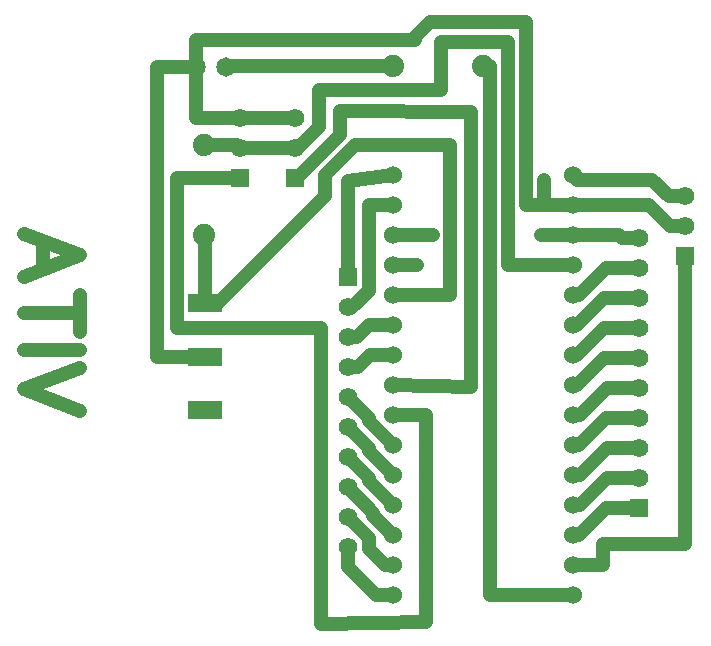
<source format=gbl>
G04 Layer: BottomLayer*
G04 EasyEDA v6.5.1, 2022-03-27 12:15:46*
G04 81ae687aecaa4b249005c4e09973505a,10*
G04 Gerber Generator version 0.2*
G04 Scale: 100 percent, Rotated: No, Reflected: No *
G04 Dimensions in millimeters *
G04 leading zeros omitted , absolute positions ,4 integer and 5 decimal *
%FSLAX45Y45*%
%MOMM*%

%ADD12C,1.0000*%
%ADD13C,1.5240*%
%ADD14C,1.5748*%
%ADD15R,1.5748X1.5748*%
%ADD16C,1.6510*%
%ADD17C,1.8796*%
%ADD18R,3.0000X1.6000*%
%ADD19C,1.2000*%

%LPD*%
D19*
X1139545Y2019300D02*
G01*
X662271Y2201118D01*
X1139545Y2382936D02*
G01*
X662271Y2201118D01*
X1139545Y2532936D02*
G01*
X662271Y2532936D01*
X1139545Y2842026D02*
G01*
X662271Y2842026D01*
X1139545Y2682935D02*
G01*
X1139545Y3001119D01*
X1139545Y3332937D02*
G01*
X662271Y3151118D01*
X1139545Y3332937D02*
G01*
X662271Y3514755D01*
X821364Y3219300D02*
G01*
X821364Y3446571D01*
X2959100Y4241800D02*
G01*
X2984500Y4241800D01*
X3162300Y4419600D01*
X3162300Y4737100D01*
X4191000Y4737100D01*
X2184400Y3505200D02*
G01*
X2197100Y3492500D01*
X2197100Y2926486D01*
X2197100Y2926587D02*
G01*
X2304288Y2926587D01*
X3213100Y3835400D01*
X3213100Y4013200D01*
X3467100Y4267200D01*
X4267200Y4267200D01*
X4267200Y2997200D01*
X3784600Y2997200D01*
X3784600Y457200D02*
G01*
X3644900Y457200D01*
X3403600Y698500D01*
X3403600Y863600D01*
X3784600Y711200D02*
G01*
X3721100Y711200D01*
X3581400Y850900D01*
X3581400Y939800D01*
X3403600Y1117600D01*
X3784600Y965200D02*
G01*
X3619500Y1130300D01*
X3619500Y1155700D01*
X3403600Y1371600D01*
X3784600Y1219200D02*
G01*
X3581400Y1422400D01*
X3581400Y1447800D01*
X3403600Y1625600D01*
X3784600Y1473200D02*
G01*
X3581400Y1676400D01*
X3581400Y1701800D01*
X3403600Y1879600D01*
X3784600Y1727200D02*
G01*
X3581400Y1930400D01*
X3581400Y1955800D01*
X3403600Y2133600D01*
X3403600Y2387600D02*
G01*
X3492500Y2387600D01*
X3594100Y2489200D01*
X3784600Y2489200D01*
X3403600Y2641600D02*
G01*
X3479800Y2641600D01*
X3581400Y2743200D01*
X3784600Y2743200D01*
X3403600Y2895600D02*
G01*
X3441700Y2895600D01*
X3581400Y3035300D01*
X3581400Y3759200D01*
X3784600Y3759200D01*
X3784600Y3251200D02*
G01*
X3987800Y3251200D01*
X3784600Y3505200D02*
G01*
X4127500Y3505200D01*
X2184400Y4267200D02*
G01*
X2463800Y4267200D01*
X2489200Y4241800D01*
X2489200Y4241800D02*
G01*
X2959100Y4241800D01*
X2959100Y4495800D02*
G01*
X2489200Y4495800D01*
X2489200Y4495800D02*
G01*
X2120900Y4495800D01*
X2120900Y4927600D01*
X3784600Y4940300D02*
G01*
X2387600Y4940300D01*
X2374900Y4927600D01*
X5041900Y3505200D02*
G01*
X5308600Y3505200D01*
X4914900Y3759200D02*
G01*
X5308600Y3759200D01*
X5067300Y3975100D02*
G01*
X5067300Y3759200D01*
X6261100Y3835400D02*
G01*
X6121400Y3835400D01*
X5981700Y3975100D01*
X5346700Y3975100D01*
X5308600Y4013200D01*
X6261100Y3581400D02*
G01*
X6134100Y3581400D01*
X5956300Y3759200D01*
X5308600Y3759200D01*
X5867400Y3479800D02*
G01*
X5727700Y3479800D01*
X5702300Y3505200D01*
X5308600Y3505200D01*
X5308600Y2997200D02*
G01*
X5359400Y2997200D01*
X5588000Y3225800D01*
X5867400Y3225800D01*
X5308600Y2743200D02*
G01*
X5346700Y2743200D01*
X5575300Y2971800D01*
X5867400Y2971800D01*
X5308600Y2489200D02*
G01*
X5346700Y2489200D01*
X5575300Y2717800D01*
X5867400Y2717800D01*
X5308600Y2235200D02*
G01*
X5346700Y2235200D01*
X5575300Y2463800D01*
X5867400Y2463800D01*
X5308600Y1981200D02*
G01*
X5372100Y1981200D01*
X5600700Y2209800D01*
X5867400Y2209800D01*
X5308600Y1727200D02*
G01*
X5359400Y1727200D01*
X5588000Y1955800D01*
X5867400Y1955800D01*
X5308600Y1473200D02*
G01*
X5372100Y1473200D01*
X5600700Y1701800D01*
X5867400Y1701800D01*
X5308600Y1219200D02*
G01*
X5372100Y1219200D01*
X5600700Y1447800D01*
X5867400Y1447800D01*
X5308600Y965200D02*
G01*
X5359400Y965200D01*
X5588000Y1193800D01*
X5867400Y1193800D01*
X5308600Y711200D02*
G01*
X5562600Y711200D01*
X5562600Y889000D01*
X6261100Y889000D01*
X6261100Y3327400D01*
X3403600Y3149600D02*
G01*
X3403600Y3962400D01*
X3784600Y4013200D01*
X1955800Y3987800D02*
G01*
X1955800Y2717800D01*
X3175000Y2717800D01*
X3175000Y215900D01*
X4064000Y228600D01*
X4064000Y1981200D01*
X3784600Y1981200D01*
X1955800Y3987800D02*
G01*
X2489200Y3987800D01*
X2197100Y2476500D02*
G01*
X1790700Y2476500D01*
X1790700Y4927600D01*
X2120900Y4927600D01*
X2120900Y4927600D02*
G01*
X2120900Y5156200D01*
X3975100Y5156200D01*
X3975100Y5181600D01*
X4102100Y5308600D01*
X4914900Y5308600D01*
X4914900Y3759200D01*
X5308600Y3251200D02*
G01*
X4762500Y3251200D01*
X4762500Y5143500D01*
X4191000Y5143500D01*
X4191000Y4737100D01*
X5308600Y457200D02*
G01*
X4610100Y457200D01*
X4610100Y4940300D01*
X4546600Y4940300D01*
X4445000Y4292600D02*
G01*
X4445000Y2222500D01*
X3784600Y2235200D01*
X2959100Y3987800D02*
G01*
X2971800Y3987800D01*
X3340100Y4356100D01*
X3340100Y4559300D01*
X4445000Y4546600D01*
X4445000Y4292600D01*
D13*
G01*
X3784600Y4013200D03*
G01*
X3784600Y3759200D03*
G01*
X3784600Y3505200D03*
G01*
X3784600Y3251200D03*
G01*
X3784600Y2997200D03*
G01*
X3784600Y2743200D03*
G01*
X3784600Y2489200D03*
G01*
X3784600Y2235200D03*
G01*
X3784600Y1981200D03*
G01*
X3784600Y1727200D03*
G01*
X3784600Y1473200D03*
G01*
X3784600Y1219200D03*
G01*
X3784600Y965200D03*
G01*
X3784600Y711200D03*
G01*
X3784600Y457200D03*
G01*
X5308600Y457200D03*
G01*
X5308600Y711200D03*
G01*
X5308600Y965200D03*
G01*
X5308600Y1219200D03*
G01*
X5308600Y1473200D03*
G01*
X5308600Y1727200D03*
G01*
X5308600Y1981200D03*
G01*
X5308600Y2235200D03*
G01*
X5308600Y2489200D03*
G01*
X5308600Y2743200D03*
G01*
X5308600Y2997200D03*
G01*
X5308600Y3251200D03*
G01*
X5308600Y3505200D03*
G01*
X5308600Y3759200D03*
G01*
X5308600Y4013200D03*
D14*
G01*
X6261100Y3835400D03*
G01*
X6261100Y3581400D03*
D15*
G01*
X6261100Y3327400D03*
D16*
G01*
X2374900Y4927600D03*
G01*
X2120900Y4927600D03*
D17*
G01*
X4546600Y4940300D03*
G01*
X3784600Y4940300D03*
G01*
X2184400Y4267200D03*
G01*
X2184400Y3505200D03*
D18*
G01*
X2197100Y2926486D03*
G01*
X2197100Y2476500D03*
G01*
X2197100Y2026488D03*
D14*
G01*
X2959100Y4495800D03*
G01*
X2959100Y4241800D03*
D15*
G01*
X2959100Y3987800D03*
D14*
G01*
X2489200Y4495800D03*
G01*
X2489200Y4241800D03*
D15*
G01*
X2489200Y3987800D03*
D14*
G01*
X3403600Y863600D03*
G01*
X3403600Y1117600D03*
G01*
X3403600Y1371600D03*
G01*
X3403600Y1625600D03*
G01*
X3403600Y1879600D03*
G01*
X3403600Y2133600D03*
G01*
X3403600Y2387600D03*
G01*
X3403600Y2641600D03*
G01*
X3403600Y2895600D03*
D15*
G01*
X3403600Y3149600D03*
D14*
G01*
X5867400Y3479800D03*
G01*
X5867400Y3225800D03*
G01*
X5867400Y2971800D03*
G01*
X5867400Y2717800D03*
G01*
X5867400Y2463800D03*
G01*
X5867400Y2209800D03*
G01*
X5867400Y1955800D03*
G01*
X5867400Y1701800D03*
G01*
X5867400Y1447800D03*
D15*
G01*
X5867400Y1193800D03*
D12*
G01*
X4127500Y3505200D03*
G01*
X5041900Y3505200D03*
G01*
X3987800Y3251200D03*
G01*
X5067300Y3975100D03*
M02*

</source>
